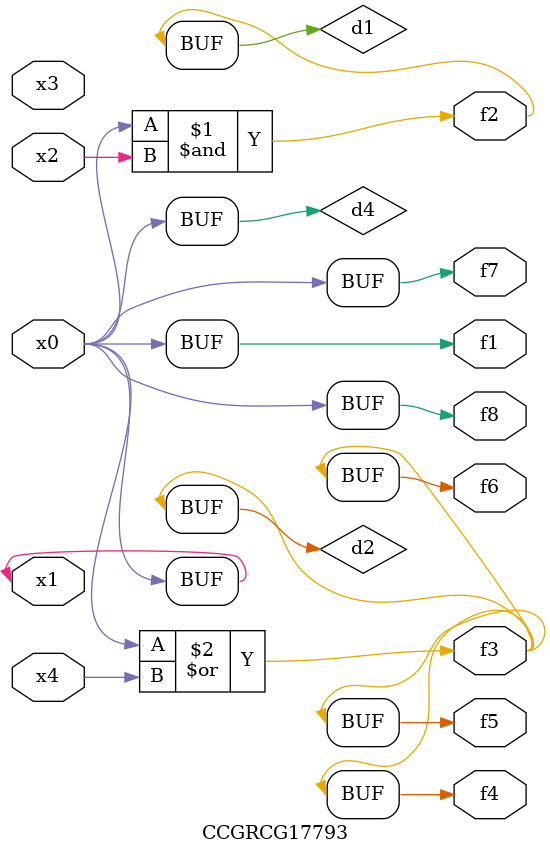
<source format=v>
module CCGRCG17793(
	input x0, x1, x2, x3, x4,
	output f1, f2, f3, f4, f5, f6, f7, f8
);

	wire d1, d2, d3, d4;

	and (d1, x0, x2);
	or (d2, x0, x4);
	nand (d3, x0, x2);
	buf (d4, x0, x1);
	assign f1 = d4;
	assign f2 = d1;
	assign f3 = d2;
	assign f4 = d2;
	assign f5 = d2;
	assign f6 = d2;
	assign f7 = d4;
	assign f8 = d4;
endmodule

</source>
